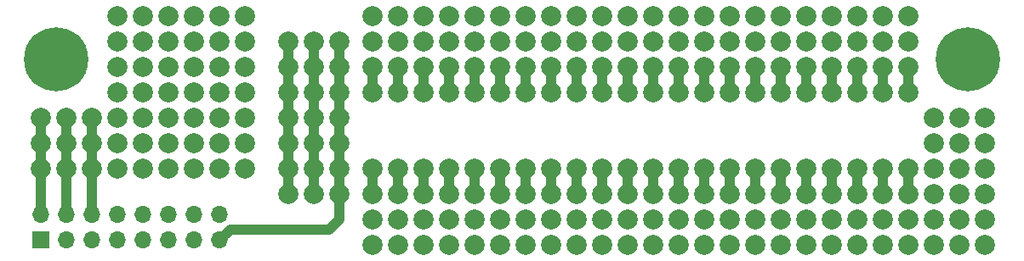
<source format=gbr>
G04 #@! TF.GenerationSoftware,KiCad,Pcbnew,(5.1.4)-1*
G04 #@! TF.CreationDate,2020-01-19T21:29:46+01:00*
G04 #@! TF.ProjectId,EuroHelper,4575726f-4865-46c7-9065-722e6b696361,rev?*
G04 #@! TF.SameCoordinates,Original*
G04 #@! TF.FileFunction,Copper,L1,Top*
G04 #@! TF.FilePolarity,Positive*
%FSLAX46Y46*%
G04 Gerber Fmt 4.6, Leading zero omitted, Abs format (unit mm)*
G04 Created by KiCad (PCBNEW (5.1.4)-1) date 2020-01-19 21:29:46*
%MOMM*%
%LPD*%
G04 APERTURE LIST*
%ADD10C,1.998980*%
%ADD11C,6.400000*%
%ADD12O,1.700000X1.700000*%
%ADD13R,1.700000X1.700000*%
%ADD14C,1.000000*%
G04 APERTURE END LIST*
D10*
X149352000Y-54610000D03*
X146812000Y-54610000D03*
X144272000Y-54610000D03*
X141732000Y-54610000D03*
X139192000Y-54610000D03*
X136652000Y-54610000D03*
X134112000Y-54610000D03*
X131572000Y-54610000D03*
X129032000Y-54610000D03*
X126492000Y-54610000D03*
X123952000Y-54610000D03*
X121412000Y-54610000D03*
X118872000Y-54610000D03*
X116332000Y-54610000D03*
X113792000Y-54610000D03*
X111252000Y-54610000D03*
X108712000Y-54610000D03*
X106172000Y-54610000D03*
X103632000Y-54610000D03*
X101092000Y-54610000D03*
X98552000Y-54610000D03*
X96012000Y-54610000D03*
X83312000Y-54635400D03*
X78232000Y-54635400D03*
X70612000Y-54635400D03*
X75692000Y-54635400D03*
X73152000Y-54635400D03*
X80772000Y-54635400D03*
X83312000Y-69875400D03*
X80772000Y-69875400D03*
X83312000Y-67335400D03*
X80772000Y-67335400D03*
X83312000Y-64795400D03*
X80772000Y-64795400D03*
X83312000Y-62255400D03*
X80772000Y-62255400D03*
X83312000Y-59715400D03*
X80772000Y-59715400D03*
X83312000Y-57175400D03*
X92710000Y-72415400D03*
X90170000Y-72415400D03*
X87630000Y-72415400D03*
X92710000Y-69875400D03*
X90170000Y-69875400D03*
X156972000Y-77495400D03*
X154432000Y-77495400D03*
X151892000Y-77495400D03*
X156972000Y-74955400D03*
X154432000Y-74955400D03*
X151892000Y-74955400D03*
X156972000Y-72415400D03*
X154432000Y-72415400D03*
X151892000Y-72415400D03*
X156972000Y-69875400D03*
X154432000Y-69875400D03*
X92710000Y-67335400D03*
X90170000Y-67335400D03*
X92710000Y-64795400D03*
X90170000Y-64795400D03*
X92710000Y-62255400D03*
X149352000Y-77495400D03*
X146812000Y-77495400D03*
X144272000Y-77495400D03*
X141732000Y-77495400D03*
X139192000Y-77495400D03*
X136652000Y-77495400D03*
X134112000Y-77495400D03*
X131572000Y-77495400D03*
X129032000Y-77495400D03*
X126492000Y-77495400D03*
X123952000Y-77495400D03*
X121412000Y-77495400D03*
X118872000Y-77495400D03*
X116332000Y-77495400D03*
X113792000Y-77495400D03*
X111252000Y-77495400D03*
X108712000Y-77495400D03*
X106172000Y-77495400D03*
X103632000Y-77495400D03*
X101092000Y-77495400D03*
X98552000Y-77495400D03*
X96012000Y-77495400D03*
X149352000Y-74955400D03*
X146812000Y-74955400D03*
X144272000Y-74955400D03*
X141732000Y-74955400D03*
X139192000Y-74955400D03*
X136652000Y-74955400D03*
X134112000Y-74955400D03*
X131572000Y-74955400D03*
X129032000Y-74955400D03*
X126492000Y-74955400D03*
X123952000Y-74955400D03*
X121412000Y-74955400D03*
X118872000Y-74955400D03*
X116332000Y-74955400D03*
X113792000Y-74955400D03*
X111252000Y-74955400D03*
X108712000Y-74955400D03*
X106172000Y-74955400D03*
X103632000Y-74955400D03*
X101092000Y-74955400D03*
X98552000Y-74955400D03*
X96012000Y-74955400D03*
X151892000Y-69875400D03*
X156972000Y-67335400D03*
X154432000Y-67335400D03*
X151892000Y-67335400D03*
X156972000Y-64795400D03*
X154432000Y-64795400D03*
X151892000Y-64795400D03*
D11*
X155244800Y-59000000D03*
X64541400Y-59000000D03*
D10*
X87630000Y-69875400D03*
X78232000Y-69875400D03*
X75692000Y-69875400D03*
X73152000Y-69875400D03*
X70612000Y-69875400D03*
X68072000Y-69875400D03*
X65532000Y-69875400D03*
X62992000Y-69875400D03*
X149352000Y-72415400D03*
X146812000Y-72415400D03*
X144272000Y-72415400D03*
X141732000Y-72415400D03*
X139192000Y-72415400D03*
X136652000Y-72415400D03*
X134112000Y-72415400D03*
X131572000Y-72415400D03*
X129032000Y-72415400D03*
X126492000Y-72415400D03*
X123952000Y-72415400D03*
X121412000Y-72415400D03*
X118872000Y-72415400D03*
X116332000Y-72415400D03*
X113792000Y-72415400D03*
X111252000Y-72415400D03*
X108712000Y-72415400D03*
X106172000Y-72415400D03*
X103632000Y-72415400D03*
X101092000Y-72415400D03*
X98552000Y-72415400D03*
X96012000Y-72415400D03*
X87630000Y-67335400D03*
X78232000Y-67335400D03*
X75692000Y-67335400D03*
X73152000Y-67335400D03*
X70612000Y-67335400D03*
X68072000Y-67335400D03*
X65532000Y-67335400D03*
X62992000Y-67335400D03*
X149352000Y-69875400D03*
X146812000Y-69875400D03*
X144272000Y-69875400D03*
X141732000Y-69875400D03*
X139192000Y-69875400D03*
X136652000Y-69875400D03*
X134112000Y-69875400D03*
X131572000Y-69875400D03*
X129032000Y-69875400D03*
X126492000Y-69875400D03*
X123952000Y-69875400D03*
X121412000Y-69875400D03*
X118872000Y-69875400D03*
X116332000Y-69875400D03*
X113792000Y-69875400D03*
X111252000Y-69875400D03*
X108712000Y-69875400D03*
X106172000Y-69875400D03*
X103632000Y-69875400D03*
X101092000Y-69875400D03*
X98552000Y-69875400D03*
X96012000Y-69875400D03*
X87630000Y-64795400D03*
X78232000Y-64795400D03*
X75692000Y-64795400D03*
X73152000Y-64795400D03*
X70612000Y-64795400D03*
X68072000Y-64795400D03*
X65532000Y-64795400D03*
X62992000Y-64795400D03*
X149352000Y-62255400D03*
X146812000Y-62255400D03*
X144272000Y-62255400D03*
X141732000Y-62255400D03*
X139192000Y-62255400D03*
X136652000Y-62255400D03*
X134112000Y-62255400D03*
X131572000Y-62255400D03*
X129032000Y-62255400D03*
X126492000Y-62255400D03*
X123952000Y-62255400D03*
X121412000Y-62255400D03*
X118872000Y-62255400D03*
X116332000Y-62255400D03*
X113792000Y-62255400D03*
X111252000Y-62255400D03*
X108712000Y-62255400D03*
X106172000Y-62255400D03*
X103632000Y-62255400D03*
X101092000Y-62255400D03*
X98552000Y-62255400D03*
X96012000Y-62255400D03*
X90170000Y-62255400D03*
X87630000Y-62255400D03*
X78232000Y-62255400D03*
X75692000Y-62255400D03*
X73152000Y-62255400D03*
X70612000Y-62255400D03*
X149352000Y-59715400D03*
X146812000Y-59715400D03*
X144272000Y-59715400D03*
X141732000Y-59715400D03*
X139192000Y-59715400D03*
X136652000Y-59715400D03*
X134112000Y-59715400D03*
X131572000Y-59715400D03*
X129032000Y-59715400D03*
X126492000Y-59715400D03*
X123952000Y-59715400D03*
X121412000Y-59715400D03*
X118872000Y-59715400D03*
X116332000Y-59715400D03*
X113792000Y-59715400D03*
X111252000Y-59715400D03*
X108712000Y-59715400D03*
X106172000Y-59715400D03*
X103632000Y-59715400D03*
X101092000Y-59715400D03*
X98552000Y-59715400D03*
X96012000Y-59715400D03*
X92710000Y-59715400D03*
X90170000Y-59715400D03*
X87630000Y-59715400D03*
X78232000Y-59715400D03*
X75692000Y-59715400D03*
X73152000Y-59715400D03*
X70612000Y-59715400D03*
X149352000Y-57175400D03*
X146812000Y-57175400D03*
X144272000Y-57175400D03*
X141732000Y-57175400D03*
X139192000Y-57175400D03*
X136652000Y-57175400D03*
X134112000Y-57175400D03*
X131572000Y-57175400D03*
X129032000Y-57175400D03*
X126492000Y-57175400D03*
X123952000Y-57175400D03*
X121412000Y-57175400D03*
X118872000Y-57175400D03*
X116332000Y-57175400D03*
X113792000Y-57175400D03*
X111252000Y-57175400D03*
X108712000Y-57175400D03*
X106172000Y-57175400D03*
X103632000Y-57175400D03*
X101092000Y-57175400D03*
X98552000Y-57175400D03*
X96012000Y-57175400D03*
X92710000Y-57175400D03*
X90170000Y-57175400D03*
X87630000Y-57175400D03*
X80772000Y-57175400D03*
X78232000Y-57175400D03*
X75692000Y-57175400D03*
X73152000Y-57175400D03*
X70612000Y-57175400D03*
D12*
X80780000Y-74460000D03*
X80780000Y-77000000D03*
X78240000Y-74460000D03*
X78240000Y-77000000D03*
X75700000Y-74460000D03*
X75700000Y-77000000D03*
X73160000Y-74460000D03*
X73160000Y-77000000D03*
X70620000Y-74460000D03*
X70620000Y-77000000D03*
X68080000Y-74460000D03*
X68080000Y-77000000D03*
X65540000Y-74460000D03*
X65540000Y-77000000D03*
X63000000Y-74460000D03*
D13*
X63000000Y-77000000D03*
D14*
X78240000Y-69883400D02*
X78232000Y-69875400D01*
X75700000Y-69883400D02*
X75692000Y-69875400D01*
X73160000Y-69883400D02*
X73152000Y-69875400D01*
X70620000Y-69883400D02*
X70612000Y-69875400D01*
X68080000Y-69883400D02*
X68072000Y-69875400D01*
X68080000Y-74460000D02*
X68080000Y-69883400D01*
X65540000Y-69883400D02*
X65532000Y-69875400D01*
X65540000Y-74460000D02*
X65540000Y-69883400D01*
X63000000Y-69883400D02*
X62992000Y-69875400D01*
X63000000Y-74460000D02*
X63000000Y-69883400D01*
X96012000Y-59715400D02*
X96012000Y-62255400D01*
X98552000Y-59715400D02*
X98552000Y-62255400D01*
X101092000Y-59715400D02*
X101092000Y-62255400D01*
X103632000Y-59715400D02*
X103632000Y-62255400D01*
X106172000Y-59715400D02*
X106172000Y-62255400D01*
X108712000Y-59715400D02*
X108712000Y-62255400D01*
X111252000Y-59715400D02*
X111252000Y-62255400D01*
X113792000Y-59715400D02*
X113792000Y-62255400D01*
X116332000Y-59715400D02*
X116332000Y-62255400D01*
X118872000Y-59715400D02*
X118872000Y-62255400D01*
X121412000Y-59715400D02*
X121412000Y-62255400D01*
X123952000Y-59715400D02*
X123952000Y-62255400D01*
X126492000Y-59715400D02*
X126492000Y-62255400D01*
X129032000Y-59715400D02*
X129032000Y-62255400D01*
X131572000Y-59715400D02*
X131572000Y-62255400D01*
X134112000Y-59715400D02*
X134112000Y-62255400D01*
X136652000Y-59715400D02*
X136652000Y-62255400D01*
X139192000Y-59715400D02*
X139192000Y-62255400D01*
X141732000Y-59715400D02*
X141732000Y-62255400D01*
X144272000Y-59715400D02*
X144272000Y-62255400D01*
X146812000Y-59715400D02*
X146812000Y-62255400D01*
X149352000Y-59715400D02*
X149352000Y-62255400D01*
X149352000Y-72415400D02*
X149352000Y-69875400D01*
X146812000Y-72415400D02*
X146812000Y-69875400D01*
X144272000Y-72415400D02*
X144272000Y-69875400D01*
X141732000Y-72415400D02*
X141732000Y-69875400D01*
X139192000Y-72415400D02*
X139192000Y-69875400D01*
X136652000Y-72415400D02*
X136652000Y-69875400D01*
X134112000Y-72415400D02*
X134112000Y-69875400D01*
X131572000Y-72415400D02*
X131572000Y-69875400D01*
X129032000Y-72415400D02*
X129032000Y-69875400D01*
X126492000Y-72415400D02*
X126492000Y-69875400D01*
X123952000Y-72415400D02*
X123952000Y-69875400D01*
X121412000Y-72415400D02*
X121412000Y-69875400D01*
X118872000Y-72415400D02*
X118872000Y-69875400D01*
X116332000Y-72415400D02*
X116332000Y-69875400D01*
X113792000Y-72415400D02*
X113792000Y-69875400D01*
X111252000Y-72415400D02*
X111252000Y-69875400D01*
X108712000Y-72415400D02*
X108712000Y-69875400D01*
X106172000Y-72415400D02*
X106172000Y-69875400D01*
X103632000Y-72415400D02*
X103632000Y-69875400D01*
X101092000Y-72415400D02*
X101092000Y-69875400D01*
X98552000Y-72415400D02*
X98552000Y-69875400D01*
X96012000Y-72415400D02*
X96012000Y-69875400D01*
X92710000Y-72415400D02*
X92710000Y-69875400D01*
X92710000Y-69875400D02*
X92710000Y-67335400D01*
X92710000Y-67335400D02*
X92710000Y-64795400D01*
X92710000Y-64795400D02*
X92710000Y-62255400D01*
X92710000Y-62255400D02*
X92710000Y-59715400D01*
X92710000Y-59715400D02*
X92710000Y-57175400D01*
X87630000Y-72415400D02*
X87630000Y-69875400D01*
X87630000Y-69875400D02*
X87630000Y-67335400D01*
X87630000Y-67335400D02*
X87630000Y-64795400D01*
X87630000Y-64795400D02*
X87630000Y-62255400D01*
X87630000Y-62255400D02*
X87630000Y-59715400D01*
X87630000Y-59715400D02*
X87630000Y-57175400D01*
X90170000Y-57175400D02*
X90170000Y-59715400D01*
X90170000Y-59715400D02*
X90170000Y-62255400D01*
X90170000Y-64795400D02*
X90170000Y-62255400D01*
X90170000Y-67335400D02*
X90170000Y-64795400D01*
X90170000Y-69875400D02*
X90170000Y-67335400D01*
X90170000Y-72415400D02*
X90170000Y-69875400D01*
X68072000Y-69875400D02*
X68072000Y-67335400D01*
X68072000Y-67335400D02*
X68072000Y-64795400D01*
X65532000Y-69875400D02*
X65532000Y-67335400D01*
X65532000Y-67335400D02*
X65532000Y-64795400D01*
X62992000Y-69875400D02*
X62992000Y-67335400D01*
X62992000Y-67335400D02*
X62992000Y-64795400D01*
X92710000Y-72415400D02*
X92710000Y-74930000D01*
X92710000Y-74930000D02*
X91694000Y-75946000D01*
X81834000Y-75946000D02*
X80780000Y-77000000D01*
X91694000Y-75946000D02*
X81834000Y-75946000D01*
M02*

</source>
